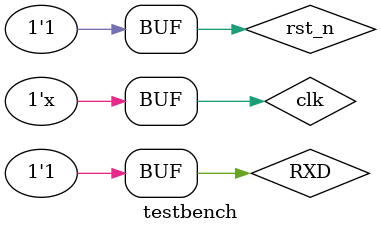
<source format=v>
`timescale 1ps/1ps

module testbench();
    reg clk,RXD,rst_n;

    SDR_Pad u_sdr_pad(
        .clk(clk),
        .RSTn(rst_n),
        .RXD(RXD)
    );

    always begin
        #5 clk = ~clk;
    end

    initial begin
        clk = 0;
        RXD = 1;
        rst_n = 0;
        #10;
        rst_n = 1;
    end
endmodule
</source>
